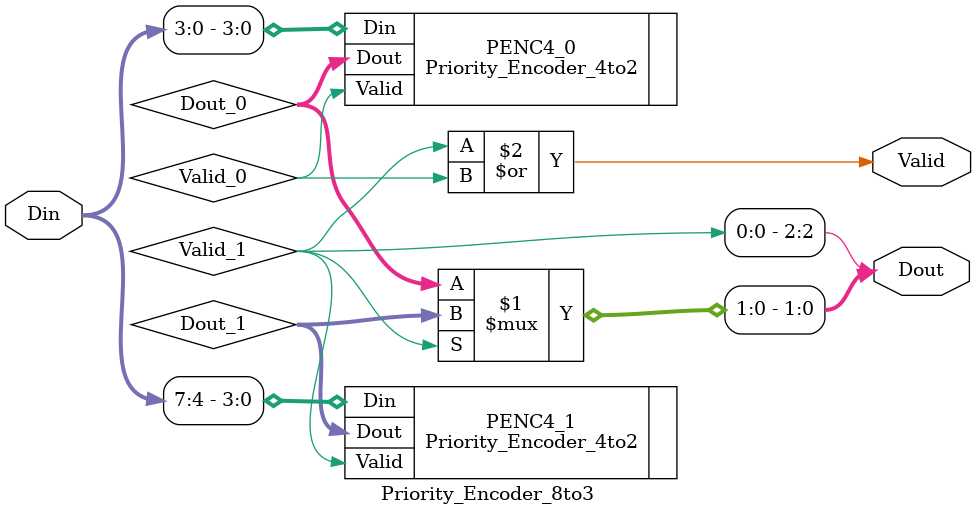
<source format=v>
module Priority_Encoder_8to3(Din, Dout, Valid);
input [7:0] Din;
output [2:0] Dout;
output Valid;
wire [1:0] Dout_1, Dout_0;
wire Valid_1, Valid_0;

Priority_Encoder_4to2 PENC4_1(.Din(Din[7:4]), .Dout(Dout_1), .Valid(Valid_1));
Priority_Encoder_4to2 PENC4_0(.Din(Din[3:0]), .Dout(Dout_0), .Valid(Valid_0));


assign Dout[1:0] = Valid_1?Dout_1:Dout_0;
assign Dout[2] = Valid_1;
assign Valid = Valid_1 | Valid_0;

endmodule
</source>
